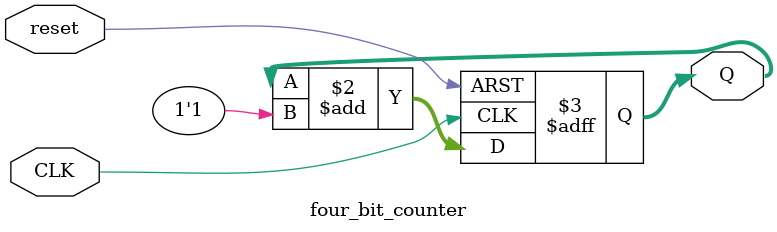
<source format=v>

module four_bit_counter(
    // Declare a 4-bit wide output register.
    // 'reg' is used here because its value is assigned inside a procedural block.
    output reg [3:0] Q,
    
    // Declare the clock input. The counter increments on the rising edge of CLK.
    input CLK,
    
    // Declare the reset input. When high, the counter is reset to 0 asynchronously.
    input reset
);

    // The always block defines a sequential circuit.
    // It is triggered by the positive edge of the clock or the positive edge of the reset.
    always @(posedge CLK or posedge reset) begin
        if (reset) begin
            // Asynchronous reset: Q is set to 0 immediately when reset is high.
            Q <= 4'b0000;
        end
        else begin
            // Synchronous count: on the positive clock edge, Q is incremented.
            // The counter automatically wraps around at 15 (1111) due to the 4-bit width.
            Q <= Q + 1'b1;
        end
    end

endmodule

</source>
